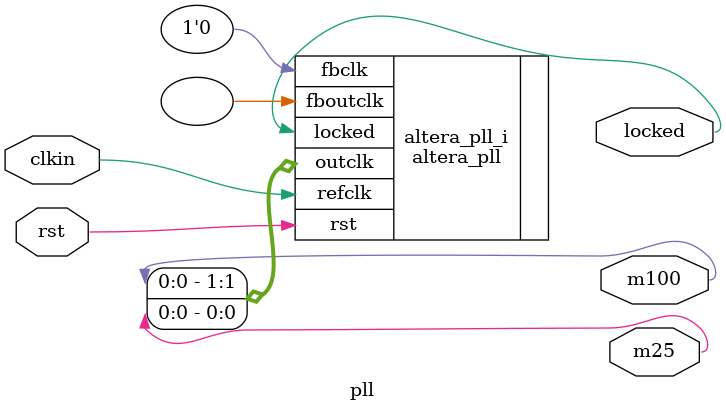
<source format=v>
module pll
(
    input   clkin,
    input   rst,
    output  m25,
    output  m100,
    output  locked
);

altera_pll #(
    .fractional_vco_multiplier("false"),
    .reference_clock_frequency("50.0 MHz"),
    .operation_mode("normal"),
    .number_of_clocks(2),
    .output_clock_frequency0("25.0 MHz"),   .phase_shift0("0 ps"),  .duty_cycle0(50),
    .output_clock_frequency1("100.0 MHz"),  .phase_shift1("0 ps"),  .duty_cycle1(50),
    .output_clock_frequency2("0 MHz"),      .phase_shift2("0 ps"),  .duty_cycle2(50),
    .output_clock_frequency3("0 MHz"),      .phase_shift3("0 ps"),  .duty_cycle3(50),
    .output_clock_frequency4("0 MHz"),      .phase_shift4("0 ps"),  .duty_cycle4(50),
    .output_clock_frequency5("0 MHz"),      .phase_shift5("0 ps"),  .duty_cycle5(50),
    .output_clock_frequency6("0 MHz"),      .phase_shift6("0 ps"),  .duty_cycle6(50),
    .output_clock_frequency7("0 MHz"),      .phase_shift7("0 ps"),  .duty_cycle7(50),
    .output_clock_frequency8("0 MHz"),      .phase_shift8("0 ps"),  .duty_cycle8(50),
    .output_clock_frequency9("0 MHz"),      .phase_shift9("0 ps"),  .duty_cycle9(50),
    .output_clock_frequency10("0 MHz"),     .phase_shift10("0 ps"), .duty_cycle10(50),
    .output_clock_frequency11("0 MHz"),     .phase_shift11("0 ps"), .duty_cycle11(50),
    .output_clock_frequency12("0 MHz"),     .phase_shift12("0 ps"), .duty_cycle12(50),
    .output_clock_frequency13("0 MHz"),     .phase_shift13("0 ps"), .duty_cycle13(50),
    .output_clock_frequency14("0 MHz"),     .phase_shift14("0 ps"), .duty_cycle14(50),
    .output_clock_frequency15("0 MHz"),     .phase_shift15("0 ps"), .duty_cycle15(50),
    .output_clock_frequency16("0 MHz"),     .phase_shift16("0 ps"), .duty_cycle16(50),
    .output_clock_frequency17("0 MHz"),     .phase_shift17("0 ps"), .duty_cycle17(50),
    .pll_type       ("General"),
    .pll_subtype    ("General")
)
altera_pll_i(
    .rst (rst),
    .outclk ({m100,m25}),
    .locked (locked),
    .fboutclk (),
    .fbclk (1'b0),
    .refclk (clkin)
);
endmodule

</source>
